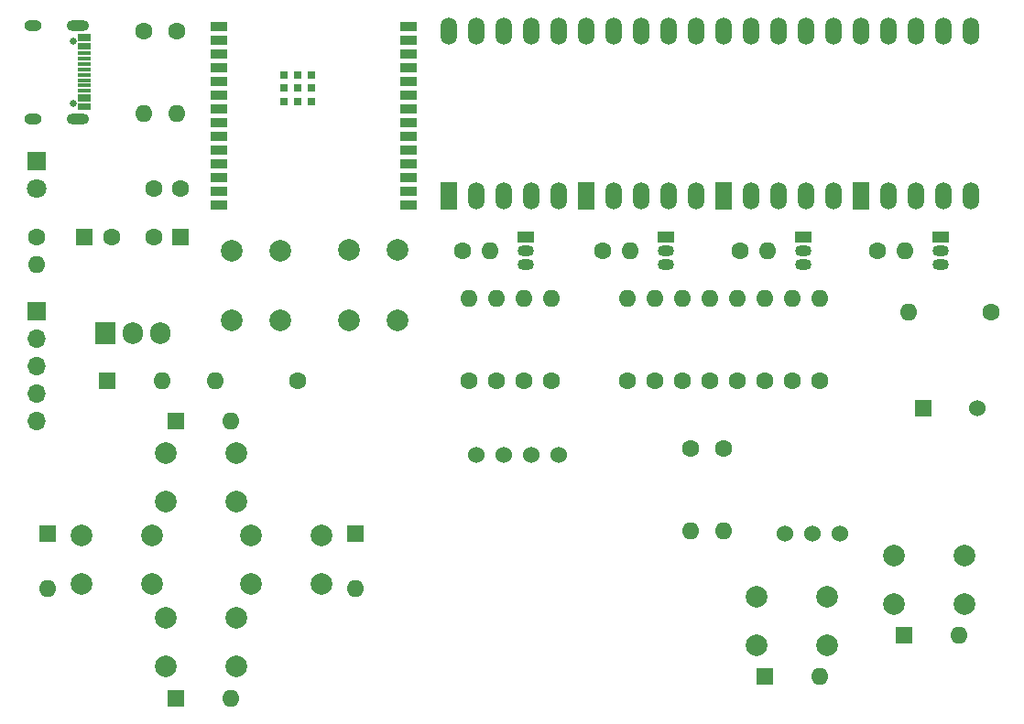
<source format=gbr>
%TF.GenerationSoftware,KiCad,Pcbnew,8.0.3*%
%TF.CreationDate,2024-08-24T23:10:25+09:00*%
%TF.ProjectId,Rustorch,52757374-6f72-4636-982e-6b696361645f,rev?*%
%TF.SameCoordinates,Original*%
%TF.FileFunction,Soldermask,Top*%
%TF.FilePolarity,Negative*%
%FSLAX46Y46*%
G04 Gerber Fmt 4.6, Leading zero omitted, Abs format (unit mm)*
G04 Created by KiCad (PCBNEW 8.0.3) date 2024-08-24 23:10:25*
%MOMM*%
%LPD*%
G01*
G04 APERTURE LIST*
%ADD10C,1.600000*%
%ADD11O,1.600000X1.600000*%
%ADD12R,1.500000X1.050000*%
%ADD13O,1.500000X1.050000*%
%ADD14C,2.000000*%
%ADD15R,1.600000X1.600000*%
%ADD16C,1.524000*%
%ADD17R,1.905000X2.000000*%
%ADD18O,1.905000X2.000000*%
%ADD19R,1.500000X0.900000*%
%ADD20R,0.800000X0.800000*%
%ADD21R,1.524000X2.524000*%
%ADD22O,1.524000X2.524000*%
%ADD23C,0.650000*%
%ADD24R,1.150000X0.300000*%
%ADD25O,2.100000X1.000000*%
%ADD26O,1.600000X1.000000*%
%ADD27R,1.524000X1.524000*%
%ADD28R,1.800000X1.800000*%
%ADD29C,1.800000*%
%ADD30R,1.700000X1.700000*%
%ADD31O,1.700000X1.700000*%
G04 APERTURE END LIST*
D10*
%TO.C,R20*%
X142920000Y-91380000D03*
D11*
X145460000Y-91380000D03*
%TD*%
D12*
%TO.C,Q3*%
X174416000Y-90110000D03*
D13*
X174416000Y-91380000D03*
X174416000Y-92650000D03*
%TD*%
D14*
%TO.C,SW4*%
X115540000Y-110085000D03*
X122040000Y-110085000D03*
X115540000Y-114585000D03*
X122040000Y-114585000D03*
%TD*%
D10*
%TO.C,R9*%
X146095000Y-103445000D03*
D11*
X146095000Y-95825000D03*
%TD*%
D10*
%TO.C,R22*%
X168574000Y-91380000D03*
D11*
X171114000Y-91380000D03*
%TD*%
D10*
%TO.C,C3*%
X116865000Y-85665000D03*
X114365000Y-85665000D03*
%TD*%
%TO.C,R1*%
X113456000Y-71060000D03*
D11*
X113456000Y-78680000D03*
%TD*%
D15*
%TO.C,D5*%
X133014000Y-117570686D03*
D11*
X133014000Y-122650686D03*
%TD*%
D12*
%TO.C,Q2*%
X161716000Y-90110000D03*
D13*
X161716000Y-91380000D03*
X161716000Y-92650000D03*
%TD*%
D10*
%TO.C,R4*%
X127680000Y-103445000D03*
D11*
X120060000Y-103445000D03*
%TD*%
D16*
%TO.C,RV1*%
X177835000Y-117600000D03*
X175305000Y-117600000D03*
X172755000Y-117600000D03*
%TD*%
D17*
%TO.C,U2*%
X109940000Y-99000000D03*
D18*
X112480000Y-99000000D03*
X115020000Y-99000000D03*
%TD*%
D19*
%TO.C,U1*%
X120455000Y-70654000D03*
X120455000Y-71924000D03*
X120455000Y-73194000D03*
X120455000Y-74464000D03*
X120455000Y-75734000D03*
X120455000Y-77004000D03*
X120455000Y-78274000D03*
X120455000Y-79544000D03*
X120455000Y-80814000D03*
X120455000Y-82084000D03*
X120455000Y-83354000D03*
X120455000Y-84624000D03*
X120455000Y-85894000D03*
X120455000Y-87164000D03*
X137955000Y-87164000D03*
X137955000Y-85894000D03*
X137955000Y-84624000D03*
X137955000Y-83354000D03*
X137955000Y-82084000D03*
X137955000Y-80814000D03*
X137955000Y-79544000D03*
X137955000Y-78274000D03*
X137955000Y-77004000D03*
X137955000Y-75734000D03*
X137955000Y-74464000D03*
X137955000Y-73194000D03*
X137955000Y-71924000D03*
X137955000Y-70654000D03*
D20*
X126450000Y-75124000D03*
X126450000Y-76374000D03*
X126450000Y-77624000D03*
X127700000Y-75124000D03*
X127700000Y-76374000D03*
X127700000Y-77624000D03*
X128950000Y-75124000D03*
X128950000Y-76374000D03*
X128950000Y-77624000D03*
%TD*%
D21*
%TO.C,U3*%
X141650000Y-86300000D03*
D22*
X144190000Y-86300000D03*
X146730000Y-86300000D03*
X149270000Y-86300000D03*
X151810000Y-86300000D03*
X151810000Y-71060000D03*
X149270000Y-71060000D03*
X146730000Y-71060000D03*
X144190000Y-71060000D03*
X141650000Y-71060000D03*
%TD*%
D15*
%TO.C,D6*%
X116405686Y-132782000D03*
D11*
X121485686Y-132782000D03*
%TD*%
D10*
%TO.C,R11*%
X151175000Y-103445000D03*
D11*
X151175000Y-95825000D03*
%TD*%
D12*
%TO.C,Q4*%
X187116000Y-90110000D03*
D13*
X187116000Y-91380000D03*
X187116000Y-92650000D03*
%TD*%
D14*
%TO.C,SW2*%
X121620000Y-97880000D03*
X121620000Y-91380000D03*
X126120000Y-97880000D03*
X126120000Y-91380000D03*
%TD*%
D23*
%TO.C,CN1*%
X106917000Y-71980000D03*
X106917000Y-77760000D03*
D24*
X107982000Y-71520000D03*
X107982000Y-72320000D03*
X107982000Y-73620000D03*
X107982000Y-74620000D03*
X107982000Y-75120000D03*
X107982000Y-76120000D03*
X107982000Y-77420000D03*
X107982000Y-78220000D03*
X107982000Y-77920000D03*
X107982000Y-77120000D03*
X107982000Y-76620000D03*
X107982000Y-75620000D03*
X107982000Y-74120000D03*
X107982000Y-73120000D03*
X107982000Y-72620000D03*
X107982000Y-71820000D03*
D25*
X107417000Y-70550000D03*
D26*
X103237000Y-70550000D03*
D25*
X107417000Y-79190000D03*
D26*
X103237000Y-79190000D03*
%TD*%
D14*
%TO.C,SW8*%
X170150000Y-123420000D03*
X176650000Y-123420000D03*
X170150000Y-127920000D03*
X176650000Y-127920000D03*
%TD*%
D10*
%TO.C,R18*%
X173400000Y-103445000D03*
D11*
X173400000Y-95825000D03*
%TD*%
D15*
%TO.C,D3*%
X116405686Y-107128000D03*
D11*
X121485686Y-107128000D03*
%TD*%
D10*
%TO.C,R12*%
X158160000Y-103445000D03*
D11*
X158160000Y-95825000D03*
%TD*%
D27*
%TO.C,BZ1*%
X185545000Y-105985000D03*
D16*
X190545000Y-105985000D03*
%TD*%
D10*
%TO.C,R16*%
X168320000Y-103445000D03*
D11*
X168320000Y-95825000D03*
%TD*%
D15*
%TO.C,D4*%
X104618000Y-117570686D03*
D11*
X104618000Y-122650686D03*
%TD*%
D16*
%TO.C,CN2*%
X144190000Y-110287500D03*
X146730000Y-110287500D03*
X149270000Y-110287500D03*
X151810000Y-110287500D03*
%TD*%
D10*
%TO.C,R6*%
X167050000Y-109668000D03*
D11*
X167050000Y-117288000D03*
%TD*%
D15*
%TO.C,C2*%
X116885000Y-90110000D03*
D10*
X114385000Y-90110000D03*
%TD*%
%TO.C,R7*%
X191815000Y-97095000D03*
D11*
X184195000Y-97095000D03*
%TD*%
D14*
%TO.C,SW9*%
X182850000Y-119610000D03*
X189350000Y-119610000D03*
X182850000Y-124110000D03*
X189350000Y-124110000D03*
%TD*%
D21*
%TO.C,U6*%
X179750000Y-86300000D03*
D22*
X182290000Y-86300000D03*
X184830000Y-86300000D03*
X187370000Y-86300000D03*
X189910000Y-86300000D03*
X189910000Y-71060000D03*
X187370000Y-71060000D03*
X184830000Y-71060000D03*
X182290000Y-71060000D03*
X179750000Y-71060000D03*
%TD*%
D10*
%TO.C,R23*%
X181274000Y-91380000D03*
D11*
X183814000Y-91380000D03*
%TD*%
D10*
%TO.C,R10*%
X148635000Y-103445000D03*
D11*
X148635000Y-95825000D03*
%TD*%
D15*
%TO.C,C1*%
X107995000Y-90110000D03*
D10*
X110495000Y-90110000D03*
%TD*%
D14*
%TO.C,SW5*%
X107718000Y-117705000D03*
X114218000Y-117705000D03*
X107718000Y-122205000D03*
X114218000Y-122205000D03*
%TD*%
D10*
%TO.C,R14*%
X163240000Y-103445000D03*
D11*
X163240000Y-95825000D03*
%TD*%
D10*
%TO.C,R21*%
X155874000Y-91380000D03*
D11*
X158414000Y-91380000D03*
%TD*%
D10*
%TO.C,R15*%
X165780000Y-103445000D03*
D11*
X165780000Y-95825000D03*
%TD*%
D12*
%TO.C,Q1*%
X148762000Y-90110000D03*
D13*
X148762000Y-91380000D03*
X148762000Y-92650000D03*
%TD*%
D10*
%TO.C,R19*%
X175940000Y-103445000D03*
D11*
X175940000Y-95825000D03*
%TD*%
D10*
%TO.C,R13*%
X160700000Y-103445000D03*
D11*
X160700000Y-95825000D03*
%TD*%
D10*
%TO.C,R17*%
X170860000Y-103445000D03*
D11*
X170860000Y-95825000D03*
%TD*%
D15*
%TO.C,D8*%
X183715686Y-126940000D03*
D11*
X188795686Y-126940000D03*
%TD*%
D14*
%TO.C,SW3*%
X132415000Y-97805000D03*
X132415000Y-91305000D03*
X136915000Y-97805000D03*
X136915000Y-91305000D03*
%TD*%
D21*
%TO.C,U5*%
X167050000Y-86300000D03*
D22*
X169590000Y-86300000D03*
X172130000Y-86300000D03*
X174670000Y-86300000D03*
X177210000Y-86300000D03*
X177210000Y-71060000D03*
X174670000Y-71060000D03*
X172130000Y-71060000D03*
X169590000Y-71060000D03*
X167050000Y-71060000D03*
%TD*%
D21*
%TO.C,U4*%
X154350000Y-86300000D03*
D22*
X156890000Y-86300000D03*
X159430000Y-86300000D03*
X161970000Y-86300000D03*
X164510000Y-86300000D03*
X164510000Y-71060000D03*
X161970000Y-71060000D03*
X159430000Y-71060000D03*
X156890000Y-71060000D03*
X154350000Y-71060000D03*
%TD*%
D15*
%TO.C,D7*%
X170860000Y-130750000D03*
D11*
X175940000Y-130750000D03*
%TD*%
D10*
%TO.C,R2*%
X116504000Y-71060000D03*
D11*
X116504000Y-78680000D03*
%TD*%
D10*
%TO.C,R5*%
X164002000Y-109668000D03*
D11*
X164002000Y-117288000D03*
%TD*%
D10*
%TO.C,R3*%
X103550000Y-90110000D03*
D11*
X103550000Y-92650000D03*
%TD*%
D28*
%TO.C,D2*%
X103550000Y-83120000D03*
D29*
X103550000Y-85660000D03*
%TD*%
D15*
%TO.C,D1*%
X110095685Y-103445000D03*
D11*
X115175685Y-103445000D03*
%TD*%
D30*
%TO.C,SW1*%
X103550000Y-96968000D03*
D31*
X103550000Y-99508000D03*
X103550000Y-102048000D03*
X103550000Y-104588000D03*
X103550000Y-107128000D03*
%TD*%
D14*
%TO.C,SW7*%
X115540000Y-125325000D03*
X122040000Y-125325000D03*
X115540000Y-129825000D03*
X122040000Y-129825000D03*
%TD*%
D10*
%TO.C,R8*%
X143555000Y-103445000D03*
D11*
X143555000Y-95825000D03*
%TD*%
D14*
%TO.C,SW6*%
X123414000Y-117705000D03*
X129914000Y-117705000D03*
X123414000Y-122205000D03*
X129914000Y-122205000D03*
%TD*%
M02*

</source>
